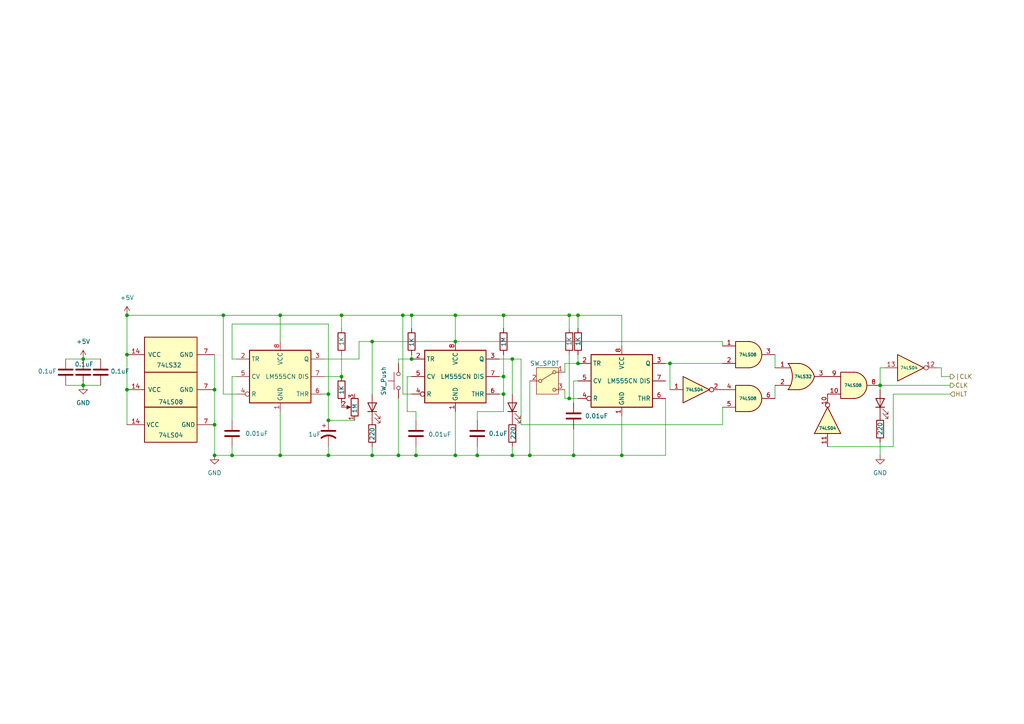
<source format=kicad_sch>
(kicad_sch (version 20231120) (generator "eeschema") (generator_version "8.0")
  (paper "A4")
  (lib_symbols
    (symbol "74xx:74LS04"
      (property "Reference" "U" (at 0 1.27 0))
      (property "Value" "74LS04" (at 0 -1.27 0))
      (symbol "74LS04_1_0"
        (polyline (pts (xy -3.81 3.81) (xy -3.81 -3.81) (xy 3.81 0) (xy -3.81 3.81)) (stroke (width 0.254)) (fill (type background)))
        (pin input line (at -7.62 0 0) (length 3.81) (name "~") (number "1"))
        (pin output inverted (at 7.62 0 180) (length 3.81) (name "~") (number "2"))
      )
      (symbol "74LS04_2_0"
        (polyline (pts (xy -3.81 3.81) (xy -3.81 -3.81) (xy 3.81 0) (xy -3.81 3.81)) (stroke (width 0.254)) (fill (type background)))
        (pin input line (at -7.62 0 0) (length 3.81) (name "~") (number "3"))
        (pin output inverted (at 7.62 0 180) (length 3.81) (name "~") (number "4"))
      )
      (symbol "74LS04_3_0"
        (polyline (pts (xy -3.81 3.81) (xy -3.81 -3.81) (xy 3.81 0) (xy -3.81 3.81)) (stroke (width 0.254)) (fill (type background)))
        (pin input line (at -7.62 0 0) (length 3.81) (name "~") (number "5"))
        (pin output inverted (at 7.62 0 180) (length 3.81) (name "~") (number "6"))
      )
      (symbol "74LS04_4_0"
        (polyline (pts (xy -3.81 3.81) (xy -3.81 -3.81) (xy 3.81 0) (xy -3.81 3.81)) (stroke (width 0.254)) (fill (type background)))
        (pin output inverted (at 7.62 0 180) (length 3.81) (name "~") (number "8"))
        (pin input line (at -7.62 0 0) (length 3.81) (name "~") (number "9"))
      )
      (symbol "74LS04_5_0"
        (polyline (pts (xy -3.81 3.81) (xy -3.81 -3.81) (xy 3.81 0) (xy -3.81 3.81)) (stroke (width 0.254)) (fill (type background)))
        (pin output inverted (at 7.62 0 180) (length 3.81) (name "~") (number "10"))
        (pin input line (at -7.62 0 0) (length 3.81) (name "~") (number "11"))
      )
      (symbol "74LS04_6_0"
        (polyline (pts (xy -3.81 3.81) (xy -3.81 -3.81) (xy 3.81 0) (xy -3.81 3.81)) (stroke (width 0.254)) (fill (type background)))
        (pin output inverted (at 7.62 0 180) (length 3.81) (name "~") (number "12"))
        (pin input line (at -7.62 0 0) (length 3.81) (name "~") (number "13"))
      )
      (symbol "74LS04_7_0"
        (pin power_in line (at 0 12.7 270) (length 5.08) (name "VCC") (number "14"))
        (pin power_in line (at 0 -12.7 90) (length 5.08) (name "GND") (number "7"))
      )
      (symbol "74LS04_7_1"
        (rectangle (start -5.08 7.62) (end 5.08 -7.62) (stroke (width 0.254)) (fill (type background)))
      )
    )
    (symbol "74xx:74LS08" (pin_names (offset 1.016))
      (property "Reference" "U" (at 0 1.27 0))
      (property "Value" "74LS08" (at 0 -1.27 0))
      (symbol "74LS08_1_1"
        (arc (start 0 -3.81) (mid 3.7934 0) (end 0 3.81) (stroke (width 0.254)) (fill (type background)))
        (polyline (pts (xy 0 3.81) (xy -3.81 3.81) (xy -3.81 -3.81) (xy 0 -3.81)) (stroke (width 0.254)) (fill (type background)))
        (pin input line (at -7.62 2.54 0) (length 3.81) (name "~") (number "1"))
        (pin input line (at -7.62 -2.54 0) (length 3.81) (name "~") (number "2"))
        (pin output line (at 7.62 0 180) (length 3.81) (name "~") (number "3"))
      )
      (symbol "74LS08_1_2"
        (arc (start -3.81 -3.81) (mid -2.589 0) (end -3.81 3.81) (stroke (width 0.254)))
        (arc (start -0.6096 -3.81) (mid 2.1842 -2.5851) (end 3.81 0) (stroke (width 0.254)) (fill (type background)))
        (polyline (pts (xy -3.81 -3.81) (xy -0.635 -3.81)) (stroke (width 0.254)) (fill (type background)))
        (polyline (pts (xy -3.81 3.81) (xy -0.635 3.81)) (stroke (width 0.254)) (fill (type background)))
        (polyline (pts (xy -0.635 3.81) (xy -3.81 3.81) (xy -3.81 3.81) (xy -3.556 3.4036) (xy -3.0226 2.2606) (xy -2.6924 1.0414) (xy -2.6162 -0.254) (xy -2.7686 -1.4986) (xy -3.175 -2.7178) (xy -3.81 -3.81) (xy -3.81 -3.81) (xy -0.635 -3.81)) (stroke (width -25.4)) (fill (type background)))
        (arc (start 3.81 0) (mid 2.1915 2.5936) (end -0.6096 3.81) (stroke (width 0.254)) (fill (type background)))
        (pin input inverted (at -7.62 2.54 0) (length 4.318) (name "~") (number "1"))
        (pin input inverted (at -7.62 -2.54 0) (length 4.318) (name "~") (number "2"))
        (pin output inverted (at 7.62 0 180) (length 3.81) (name "~") (number "3"))
      )
      (symbol "74LS08_2_1"
        (arc (start 0 -3.81) (mid 3.7934 0) (end 0 3.81) (stroke (width 0.254)) (fill (type background)))
        (polyline (pts (xy 0 3.81) (xy -3.81 3.81) (xy -3.81 -3.81) (xy 0 -3.81)) (stroke (width 0.254)) (fill (type background)))
        (pin input line (at -7.62 2.54 0) (length 3.81) (name "~") (number "4"))
        (pin input line (at -7.62 -2.54 0) (length 3.81) (name "~") (number "5"))
        (pin output line (at 7.62 0 180) (length 3.81) (name "~") (number "6"))
      )
      (symbol "74LS08_2_2"
        (arc (start -3.81 -3.81) (mid -2.589 0) (end -3.81 3.81) (stroke (width 0.254)))
        (arc (start -0.6096 -3.81) (mid 2.1842 -2.5851) (end 3.81 0) (stroke (width 0.254)) (fill (type background)))
        (polyline (pts (xy -3.81 -3.81) (xy -0.635 -3.81)) (stroke (width 0.254)) (fill (type background)))
        (polyline (pts (xy -3.81 3.81) (xy -0.635 3.81)) (stroke (width 0.254)) (fill (type background)))
        (polyline (pts (xy -0.635 3.81) (xy -3.81 3.81) (xy -3.81 3.81) (xy -3.556 3.4036) (xy -3.0226 2.2606) (xy -2.6924 1.0414) (xy -2.6162 -0.254) (xy -2.7686 -1.4986) (xy -3.175 -2.7178) (xy -3.81 -3.81) (xy -3.81 -3.81) (xy -0.635 -3.81)) (stroke (width -25.4)) (fill (type background)))
        (arc (start 3.81 0) (mid 2.1915 2.5936) (end -0.6096 3.81) (stroke (width 0.254)) (fill (type background)))
        (pin input inverted (at -7.62 2.54 0) (length 4.318) (name "~") (number "4"))
        (pin input inverted (at -7.62 -2.54 0) (length 4.318) (name "~") (number "5"))
        (pin output inverted (at 7.62 0 180) (length 3.81) (name "~") (number "6"))
      )
      (symbol "74LS08_3_1"
        (arc (start 0 -3.81) (mid 3.7934 0) (end 0 3.81) (stroke (width 0.254)) (fill (type background)))
        (polyline (pts (xy 0 3.81) (xy -3.81 3.81) (xy -3.81 -3.81) (xy 0 -3.81)) (stroke (width 0.254)) (fill (type background)))
        (pin input line (at -7.62 -2.54 0) (length 3.81) (name "~") (number "10"))
        (pin output line (at 7.62 0 180) (length 3.81) (name "~") (number "8"))
        (pin input line (at -7.62 2.54 0) (length 3.81) (name "~") (number "9"))
      )
      (symbol "74LS08_3_2"
        (arc (start -3.81 -3.81) (mid -2.589 0) (end -3.81 3.81) (stroke (width 0.254)))
        (arc (start -0.6096 -3.81) (mid 2.1842 -2.5851) (end 3.81 0) (stroke (width 0.254)) (fill (type background)))
        (polyline (pts (xy -3.81 -3.81) (xy -0.635 -3.81)) (stroke (width 0.254)) (fill (type background)))
        (polyline (pts (xy -3.81 3.81) (xy -0.635 3.81)) (stroke (width 0.254)) (fill (type background)))
        (polyline (pts (xy -0.635 3.81) (xy -3.81 3.81) (xy -3.81 3.81) (xy -3.556 3.4036) (xy -3.0226 2.2606) (xy -2.6924 1.0414) (xy -2.6162 -0.254) (xy -2.7686 -1.4986) (xy -3.175 -2.7178) (xy -3.81 -3.81) (xy -3.81 -3.81) (xy -0.635 -3.81)) (stroke (width -25.4)) (fill (type background)))
        (arc (start 3.81 0) (mid 2.1915 2.5936) (end -0.6096 3.81) (stroke (width 0.254)) (fill (type background)))
        (pin input inverted (at -7.62 -2.54 0) (length 4.318) (name "~") (number "10"))
        (pin output inverted (at 7.62 0 180) (length 3.81) (name "~") (number "8"))
        (pin input inverted (at -7.62 2.54 0) (length 4.318) (name "~") (number "9"))
      )
      (symbol "74LS08_4_1"
        (arc (start 0 -3.81) (mid 3.7934 0) (end 0 3.81) (stroke (width 0.254)) (fill (type background)))
        (polyline (pts (xy 0 3.81) (xy -3.81 3.81) (xy -3.81 -3.81) (xy 0 -3.81)) (stroke (width 0.254)) (fill (type background)))
        (pin output line (at 7.62 0 180) (length 3.81) (name "~") (number "11"))
        (pin input line (at -7.62 2.54 0) (length 3.81) (name "~") (number "12"))
        (pin input line (at -7.62 -2.54 0) (length 3.81) (name "~") (number "13"))
      )
      (symbol "74LS08_4_2"
        (arc (start -3.81 -3.81) (mid -2.589 0) (end -3.81 3.81) (stroke (width 0.254)))
        (arc (start -0.6096 -3.81) (mid 2.1842 -2.5851) (end 3.81 0) (stroke (width 0.254)) (fill (type background)))
        (polyline (pts (xy -3.81 -3.81) (xy -0.635 -3.81)) (stroke (width 0.254)) (fill (type background)))
        (polyline (pts (xy -3.81 3.81) (xy -0.635 3.81)) (stroke (width 0.254)) (fill (type background)))
        (polyline (pts (xy -0.635 3.81) (xy -3.81 3.81) (xy -3.81 3.81) (xy -3.556 3.4036) (xy -3.0226 2.2606) (xy -2.6924 1.0414) (xy -2.6162 -0.254) (xy -2.7686 -1.4986) (xy -3.175 -2.7178) (xy -3.81 -3.81) (xy -3.81 -3.81) (xy -0.635 -3.81)) (stroke (width -25.4)) (fill (type background)))
        (arc (start 3.81 0) (mid 2.1915 2.5936) (end -0.6096 3.81) (stroke (width 0.254)) (fill (type background)))
        (pin output inverted (at 7.62 0 180) (length 3.81) (name "~") (number "11"))
        (pin input inverted (at -7.62 2.54 0) (length 4.318) (name "~") (number "12"))
        (pin input inverted (at -7.62 -2.54 0) (length 4.318) (name "~") (number "13"))
      )
      (symbol "74LS08_5_0"
        (pin power_in line (at 0 12.7 270) (length 5.08) (name "VCC") (number "14"))
        (pin power_in line (at 0 -12.7 90) (length 5.08) (name "GND") (number "7"))
      )
      (symbol "74LS08_5_1"
        (rectangle (start -5.08 7.62) (end 5.08 -7.62) (stroke (width 0.254)) (fill (type background)))
      )
    )
    (symbol "74xx:74LS32" (pin_names (offset 1.016))
      (property "Reference" "U" (at 0 1.27 0))
      (property "Value" "74LS32" (at 0 -1.27 0))
      (symbol "74LS32_1_1"
        (arc (start -3.81 -3.81) (mid -2.589 0) (end -3.81 3.81) (stroke (width 0.254)))
        (arc (start -0.6096 -3.81) (mid 2.1842 -2.5851) (end 3.81 0) (stroke (width 0.254)) (fill (type background)))
        (polyline (pts (xy -3.81 -3.81) (xy -0.635 -3.81)) (stroke (width 0.254)) (fill (type background)))
        (polyline (pts (xy -3.81 3.81) (xy -0.635 3.81)) (stroke (width 0.254)) (fill (type background)))
        (polyline (pts (xy -0.635 3.81) (xy -3.81 3.81) (xy -3.81 3.81) (xy -3.556 3.4036) (xy -3.0226 2.2606) (xy -2.6924 1.0414) (xy -2.6162 -0.254) (xy -2.7686 -1.4986) (xy -3.175 -2.7178) (xy -3.81 -3.81) (xy -3.81 -3.81) (xy -0.635 -3.81)) (stroke (width -25.4)) (fill (type background)))
        (arc (start 3.81 0) (mid 2.1915 2.5936) (end -0.6096 3.81) (stroke (width 0.254)) (fill (type background)))
        (pin input line (at -7.62 2.54 0) (length 4.318) (name "~") (number "1"))
        (pin input line (at -7.62 -2.54 0) (length 4.318) (name "~") (number "2"))
        (pin output line (at 7.62 0 180) (length 3.81) (name "~") (number "3"))
      )
      (symbol "74LS32_1_2"
        (arc (start 0 -3.81) (mid 3.7934 0) (end 0 3.81) (stroke (width 0.254)) (fill (type background)))
        (polyline (pts (xy 0 3.81) (xy -3.81 3.81) (xy -3.81 -3.81) (xy 0 -3.81)) (stroke (width 0.254)) (fill (type background)))
        (pin input inverted (at -7.62 2.54 0) (length 3.81) (name "~") (number "1"))
        (pin input inverted (at -7.62 -2.54 0) (length 3.81) (name "~") (number "2"))
        (pin output inverted (at 7.62 0 180) (length 3.81) (name "~") (number "3"))
      )
      (symbol "74LS32_2_1"
        (arc (start -3.81 -3.81) (mid -2.589 0) (end -3.81 3.81) (stroke (width 0.254)))
        (arc (start -0.6096 -3.81) (mid 2.1842 -2.5851) (end 3.81 0) (stroke (width 0.254)) (fill (type background)))
        (polyline (pts (xy -3.81 -3.81) (xy -0.635 -3.81)) (stroke (width 0.254)) (fill (type background)))
        (polyline (pts (xy -3.81 3.81) (xy -0.635 3.81)) (stroke (width 0.254)) (fill (type background)))
        (polyline (pts (xy -0.635 3.81) (xy -3.81 3.81) (xy -3.81 3.81) (xy -3.556 3.4036) (xy -3.0226 2.2606) (xy -2.6924 1.0414) (xy -2.6162 -0.254) (xy -2.7686 -1.4986) (xy -3.175 -2.7178) (xy -3.81 -3.81) (xy -3.81 -3.81) (xy -0.635 -3.81)) (stroke (width -25.4)) (fill (type background)))
        (arc (start 3.81 0) (mid 2.1915 2.5936) (end -0.6096 3.81) (stroke (width 0.254)) (fill (type background)))
        (pin input line (at -7.62 2.54 0) (length 4.318) (name "~") (number "4"))
        (pin input line (at -7.62 -2.54 0) (length 4.318) (name "~") (number "5"))
        (pin output line (at 7.62 0 180) (length 3.81) (name "~") (number "6"))
      )
      (symbol "74LS32_2_2"
        (arc (start 0 -3.81) (mid 3.7934 0) (end 0 3.81) (stroke (width 0.254)) (fill (type background)))
        (polyline (pts (xy 0 3.81) (xy -3.81 3.81) (xy -3.81 -3.81) (xy 0 -3.81)) (stroke (width 0.254)) (fill (type background)))
        (pin input inverted (at -7.62 2.54 0) (length 3.81) (name "~") (number "4"))
        (pin input inverted (at -7.62 -2.54 0) (length 3.81) (name "~") (number "5"))
        (pin output inverted (at 7.62 0 180) (length 3.81) (name "~") (number "6"))
      )
      (symbol "74LS32_3_1"
        (arc (start -3.81 -3.81) (mid -2.589 0) (end -3.81 3.81) (stroke (width 0.254)))
        (arc (start -0.6096 -3.81) (mid 2.1842 -2.5851) (end 3.81 0) (stroke (width 0.254)) (fill (type background)))
        (polyline (pts (xy -3.81 -3.81) (xy -0.635 -3.81)) (stroke (width 0.254)) (fill (type background)))
        (polyline (pts (xy -3.81 3.81) (xy -0.635 3.81)) (stroke (width 0.254)) (fill (type background)))
        (polyline (pts (xy -0.635 3.81) (xy -3.81 3.81) (xy -3.81 3.81) (xy -3.556 3.4036) (xy -3.0226 2.2606) (xy -2.6924 1.0414) (xy -2.6162 -0.254) (xy -2.7686 -1.4986) (xy -3.175 -2.7178) (xy -3.81 -3.81) (xy -3.81 -3.81) (xy -0.635 -3.81)) (stroke (width -25.4)) (fill (type background)))
        (arc (start 3.81 0) (mid 2.1915 2.5936) (end -0.6096 3.81) (stroke (width 0.254)) (fill (type background)))
        (pin input line (at -7.62 -2.54 0) (length 4.318) (name "~") (number "10"))
        (pin output line (at 7.62 0 180) (length 3.81) (name "~") (number "8"))
        (pin input line (at -7.62 2.54 0) (length 4.318) (name "~") (number "9"))
      )
      (symbol "74LS32_3_2"
        (arc (start 0 -3.81) (mid 3.7934 0) (end 0 3.81) (stroke (width 0.254)) (fill (type background)))
        (polyline (pts (xy 0 3.81) (xy -3.81 3.81) (xy -3.81 -3.81) (xy 0 -3.81)) (stroke (width 0.254)) (fill (type background)))
        (pin input inverted (at -7.62 -2.54 0) (length 3.81) (name "~") (number "10"))
        (pin output inverted (at 7.62 0 180) (length 3.81) (name "~") (number "8"))
        (pin input inverted (at -7.62 2.54 0) (length 3.81) (name "~") (number "9"))
      )
      (symbol "74LS32_4_1"
        (arc (start -3.81 -3.81) (mid -2.589 0) (end -3.81 3.81) (stroke (width 0.254)))
        (arc (start -0.6096 -3.81) (mid 2.1842 -2.5851) (end 3.81 0) (stroke (width 0.254)) (fill (type background)))
        (polyline (pts (xy -3.81 -3.81) (xy -0.635 -3.81)) (stroke (width 0.254)) (fill (type background)))
        (polyline (pts (xy -3.81 3.81) (xy -0.635 3.81)) (stroke (width 0.254)) (fill (type background)))
        (polyline (pts (xy -0.635 3.81) (xy -3.81 3.81) (xy -3.81 3.81) (xy -3.556 3.4036) (xy -3.0226 2.2606) (xy -2.6924 1.0414) (xy -2.6162 -0.254) (xy -2.7686 -1.4986) (xy -3.175 -2.7178) (xy -3.81 -3.81) (xy -3.81 -3.81) (xy -0.635 -3.81)) (stroke (width -25.4)) (fill (type background)))
        (arc (start 3.81 0) (mid 2.1915 2.5936) (end -0.6096 3.81) (stroke (width 0.254)) (fill (type background)))
        (pin output line (at 7.62 0 180) (length 3.81) (name "~") (number "11"))
        (pin input line (at -7.62 2.54 0) (length 4.318) (name "~") (number "12"))
        (pin input line (at -7.62 -2.54 0) (length 4.318) (name "~") (number "13"))
      )
      (symbol "74LS32_4_2"
        (arc (start 0 -3.81) (mid 3.7934 0) (end 0 3.81) (stroke (width 0.254)) (fill (type background)))
        (polyline (pts (xy 0 3.81) (xy -3.81 3.81) (xy -3.81 -3.81) (xy 0 -3.81)) (stroke (width 0.254)) (fill (type background)))
        (pin output inverted (at 7.62 0 180) (length 3.81) (name "~") (number "11"))
        (pin input inverted (at -7.62 2.54 0) (length 3.81) (name "~") (number "12"))
        (pin input inverted (at -7.62 -2.54 0) (length 3.81) (name "~") (number "13"))
      )
      (symbol "74LS32_5_0"
        (pin power_in line (at 0 12.7 270) (length 5.08) (name "VCC") (number "14"))
        (pin power_in line (at 0 -12.7 90) (length 5.08) (name "GND") (number "7"))
      )
      (symbol "74LS32_5_1"
        (rectangle (start -5.08 7.62) (end 5.08 -7.62) (stroke (width 0.254)) (fill (type background)))
      )
    )
    (symbol "Device:C" (pin_numbers hide) (pin_names (offset 0.254))
      (property "Reference" "C" (at 0.635 2.54 0))
      (property "Value" "C" (at 0.635 -2.54 0))
      (symbol "C_0_1"
        (polyline (pts (xy -2.032 -0.762) (xy 2.032 -0.762)) (stroke (width 0.508)))
        (polyline (pts (xy -2.032 0.762) (xy 2.032 0.762)) (stroke (width 0.508)))
      )
      (symbol "C_1_1"
        (pin passive line (at 0 3.81 270) (length 2.794) (name "~") (number "1"))
        (pin passive line (at 0 -3.81 90) (length 2.794) (name "~") (number "2"))
      )
    )
    (symbol "Device:C_Polarized_US" (pin_numbers hide) (pin_names (offset 0.254) hide)
      (property "Reference" "C" (at 0.635 2.54 0))
      (property "Value" "C_Polarized_US" (at 0.635 -2.54 0))
      (symbol "C_Polarized_US_0_1"
        (polyline (pts (xy -2.032 0.762) (xy 2.032 0.762)) (stroke (width 0.508)))
        (polyline (pts (xy -1.778 2.286) (xy -0.762 2.286)))
        (polyline (pts (xy -1.27 1.778) (xy -1.27 2.794)))
        (arc (start 2.032 -1.27) (mid 0 -0.5572) (end -2.032 -1.27) (stroke (width 0.508)))
      )
      (symbol "C_Polarized_US_1_1"
        (pin passive line (at 0 3.81 270) (length 2.794) (name "~") (number "1"))
        (pin passive line (at 0 -3.81 90) (length 3.302) (name "~") (number "2"))
      )
    )
    (symbol "Device:LED" (pin_numbers hide) (pin_names (offset 1.016) hide)
      (property "Reference" "D" (at 0 2.54 0))
      (property "Value" "LED" (at 0 -2.54 0))
      (symbol "LED_0_1"
        (polyline (pts (xy -1.27 -1.27) (xy -1.27 1.27)) (stroke (width 0.254)))
        (polyline (pts (xy -1.27 0) (xy 1.27 0)))
        (polyline (pts (xy 1.27 -1.27) (xy 1.27 1.27) (xy -1.27 0) (xy 1.27 -1.27)) (stroke (width 0.254)))
        (polyline (pts (xy -3.048 -0.762) (xy -4.572 -2.286) (xy -3.81 -2.286) (xy -4.572 -2.286) (xy -4.572 -1.524)))
        (polyline (pts (xy -1.778 -0.762) (xy -3.302 -2.286) (xy -2.54 -2.286) (xy -3.302 -2.286) (xy -3.302 -1.524)))
      )
      (symbol "LED_1_1"
        (pin passive line (at -3.81 0 0) (length 2.54) (name "K") (number "1"))
        (pin passive line (at 3.81 0 180) (length 2.54) (name "A") (number "2"))
      )
    )
    (symbol "Device:R" (pin_numbers hide) (pin_names (offset 0))
      (property "Reference" "R" (at 2.032 0 90))
      (property "Value" "R" (at 0 0 90))
      (symbol "R_0_1"
        (rectangle (start -1.016 -2.54) (end 1.016 2.54) (stroke (width 0.254)))
      )
      (symbol "R_1_1"
        (pin passive line (at 0 3.81 270) (length 1.27) (name "~") (number "1"))
        (pin passive line (at 0 -3.81 90) (length 1.27) (name "~") (number "2"))
      )
    )
    (symbol "Device:R_Potentiometer" (pin_names (offset 1.016) hide)
      (property "Reference" "RV" (at -4.445 0 90))
      (property "Value" "R_Potentiometer" (at -2.54 0 90))
      (symbol "R_Potentiometer_0_1"
        (polyline (pts (xy 2.54 0) (xy 1.524 0)))
        (polyline (pts (xy 1.143 0) (xy 2.286 0.508) (xy 2.286 -0.508) (xy 1.143 0)) (fill (type outline)))
        (rectangle (start 1.016 2.54) (end -1.016 -2.54) (stroke (width 0.254)))
      )
      (symbol "R_Potentiometer_1_1"
        (pin passive line (at 0 3.81 270) (length 1.27) (name "1") (number "1"))
        (pin passive line (at 3.81 0 180) (length 1.27) (name "2") (number "2"))
        (pin passive line (at 0 -3.81 90) (length 1.27) (name "3") (number "3"))
      )
    )
    (symbol "Switch:SW_Push" (pin_numbers hide) (pin_names (offset 1.016) hide)
      (property "Reference" "SW" (at 1.27 2.54 0))
      (property "Value" "SW_Push" (at 0 -1.524 0))
      (symbol "SW_Push_0_1"
        (circle (center -2.032 0) (radius 0.508))
        (polyline (pts (xy 0 1.27) (xy 0 3.048)))
        (polyline (pts (xy 2.54 1.27) (xy -2.54 1.27)))
        (circle (center 2.032 0) (radius 0.508))
        (pin passive line (at -5.08 0 0) (length 2.54) (name "1") (number "1"))
        (pin passive line (at 5.08 0 180) (length 2.54) (name "2") (number "2"))
      )
    )
    (symbol "Switch:SW_SPDT" (pin_names (offset 0) hide)
      (property "Reference" "SW" (at 0 5.08 0))
      (property "Value" "SW_SPDT" (at 0 -5.08 0))
      (symbol "SW_SPDT_0_1"
        (circle (center -2.032 0) (radius 0.4572))
        (polyline (pts (xy -1.651 0.254) (xy 1.651 2.286)))
        (circle (center 2.032 -2.54) (radius 0.4572))
        (circle (center 2.032 2.54) (radius 0.4572))
      )
      (symbol "SW_SPDT_1_1"
        (rectangle (start -3.175 3.81) (end 3.175 -3.81) (fill (type background)))
        (pin passive line (at 5.08 2.54 180) (length 2.54) (name "A") (number "1"))
        (pin passive line (at -5.08 0 0) (length 2.54) (name "B") (number "2"))
        (pin passive line (at 5.08 -2.54 180) (length 2.54) (name "C") (number "3"))
      )
    )
    (symbol "Timer:LM555xN"
      (property "Reference" "U" (at -10.16 8.89 0))
      (property "Value" "LM555xN" (at 2.54 8.89 0))
      (symbol "LM555xN_0_0"
        (pin power_in line (at 0 -10.16 90) (length 2.54) (name "GND") (number "1"))
        (pin power_in line (at 0 10.16 270) (length 2.54) (name "VCC") (number "8"))
      )
      (symbol "LM555xN_0_1"
        (rectangle (start -8.89 -7.62) (end 8.89 7.62) (stroke (width 0.254)) (fill (type background)))
        (rectangle (start -8.89 -7.62) (end 8.89 7.62) (stroke (width 0.254)) (fill (type background)))
      )
      (symbol "LM555xN_1_1"
        (pin input line (at -12.7 5.08 0) (length 3.81) (name "TR") (number "2"))
        (pin output line (at 12.7 5.08 180) (length 3.81) (name "Q") (number "3"))
        (pin input inverted (at -12.7 -5.08 0) (length 3.81) (name "R") (number "4"))
        (pin input line (at -12.7 0 0) (length 3.81) (name "CV") (number "5"))
        (pin input line (at 12.7 -5.08 180) (length 3.81) (name "THR") (number "6"))
        (pin input line (at 12.7 0 180) (length 3.81) (name "DIS") (number "7"))
      )
    )
    (symbol "power:+5V" (power) (pin_numbers hide) (pin_names (offset 0) hide)
      (property "Value" "+5V" (at 0 3.556 0))
      (symbol "+5V_0_1"
        (polyline (pts (xy -0.762 1.27) (xy 0 2.54)))
        (polyline (pts (xy 0 0) (xy 0 2.54)))
        (polyline (pts (xy 0 2.54) (xy 0.762 1.27)))
      )
      (symbol "+5V_1_1"
        (pin power_in line (at 0 0 90) (length 0) (name "~") (number "1"))
      )
    )
    (symbol "power:GND" (power) (pin_numbers hide) (pin_names (offset 0) hide)
      (property "Value" "GND" (at 0 -3.81 0))
      (symbol "GND_0_1"
        (polyline (pts (xy 0 0) (xy 0 -1.27) (xy 1.27 -1.27) (xy 0 -2.54) (xy -1.27 -1.27) (xy 0 -1.27)))
      )
      (symbol "GND_1_1"
        (pin power_in line (at 0 0 270) (length 0) (name "~") (number "1"))
      )
    )
  )
  (junction (at 81.28 132.08))
  (junction (at 62.23 132.08))
  (junction (at 167.64 91.44))
  (junction (at 255.27 111.76))
  (junction (at 115.57 132.08))
  (junction (at 36.83 91.44))
  (junction (at 148.59 132.08))
  (junction (at 194.31 105.41))
  (junction (at 167.64 105.41))
  (junction (at 146.05 91.44))
  (junction (at 107.95 99.06))
  (junction (at 99.06 91.44))
  (junction (at 62.23 113.03))
  (junction (at 165.1 115.57))
  (junction (at 132.08 99.06))
  (junction (at 24.13 111.76))
  (junction (at 107.95 132.08))
  (junction (at 166.37 132.08))
  (junction (at 132.08 132.08))
  (junction (at 153.67 132.08))
  (junction (at 36.83 113.03))
  (junction (at 36.83 102.87))
  (junction (at 180.34 132.08))
  (junction (at 81.28 91.44))
  (junction (at 138.43 132.08))
  (junction (at 99.06 109.22))
  (junction (at 95.25 114.3))
  (junction (at 132.08 91.44))
  (junction (at 62.23 123.19))
  (junction (at 165.1 91.44))
  (junction (at 24.13 104.14))
  (junction (at 120.65 132.08))
  (junction (at 146.05 109.22))
  (junction (at 148.59 104.14))
  (junction (at 64.77 91.44))
  (junction (at 116.84 91.44))
  (junction (at 95.25 121.92))
  (junction (at 146.05 114.3))
  (junction (at 67.31 132.08))
  (junction (at 119.38 104.14))
  (junction (at 95.25 132.08))
  (junction (at 119.38 91.44))
  (wire (pts (xy 259.08 129.54) (xy 240.03 129.54)))
  (wire (pts (xy 95.25 114.3) (xy 93.98 114.3)))
  (wire (pts (xy 194.31 105.41) (xy 209.55 105.41)))
  (wire (pts (xy 95.25 93.98) (xy 95.25 114.3)))
  (wire (pts (xy 99.06 116.84) (xy 99.06 118.11)))
  (wire (pts (xy 132.08 119.38) (xy 132.08 132.08)))
  (wire (pts (xy 144.78 104.14) (xy 148.59 104.14)))
  (wire (pts (xy 209.55 123.19) (xy 209.55 118.11)))
  (wire (pts (xy 119.38 91.44) (xy 132.08 91.44)))
  (wire (pts (xy 119.38 102.87) (xy 119.38 104.14)))
  (wire (pts (xy 132.08 132.08) (xy 138.43 132.08)))
  (wire (pts (xy 165.1 102.87) (xy 165.1 115.57)))
  (wire (pts (xy 81.28 91.44) (xy 99.06 91.44)))
  (wire (pts (xy 67.31 109.22) (xy 68.58 109.22)))
  (wire (pts (xy 148.59 104.14) (xy 148.59 114.3)))
  (wire (pts (xy 67.31 109.22) (xy 67.31 121.92)))
  (wire (pts (xy 120.65 121.92) (xy 120.65 119.38)))
  (wire (pts (xy 167.64 91.44) (xy 165.1 91.44)))
  (wire (pts (xy 64.77 91.44) (xy 64.77 114.3)))
  (wire (pts (xy 138.43 119.38) (xy 146.05 119.38)))
  (wire (pts (xy 24.13 111.76) (xy 29.21 111.76)))
  (wire (pts (xy 67.31 104.14) (xy 68.58 104.14)))
  (wire (pts (xy 81.28 132.08) (xy 95.25 132.08)))
  (wire (pts (xy 132.08 91.44) (xy 146.05 91.44)))
  (wire (pts (xy 138.43 121.92) (xy 138.43 119.38)))
  (wire (pts (xy 120.65 132.08) (xy 132.08 132.08)))
  (wire (pts (xy 148.59 104.14) (xy 151.13 104.14)))
  (wire (pts (xy 95.25 121.92) (xy 102.87 121.92)))
  (wire (pts (xy 273.05 106.68) (xy 271.78 106.68)))
  (wire (pts (xy 36.83 91.44) (xy 64.77 91.44)))
  (wire (pts (xy 144.78 109.22) (xy 146.05 109.22)))
  (wire (pts (xy 255.27 106.68) (xy 255.27 111.76)))
  (wire (pts (xy 180.34 120.65) (xy 180.34 132.08)))
  (wire (pts (xy 224.79 115.57) (xy 224.79 111.76)))
  (wire (pts (xy 255.27 111.76) (xy 275.59 111.76)))
  (wire (pts (xy 146.05 102.87) (xy 146.05 109.22)))
  (wire (pts (xy 193.04 115.57) (xy 193.04 132.08)))
  (wire (pts (xy 167.64 91.44) (xy 167.64 95.25)))
  (wire (pts (xy 255.27 128.27) (xy 255.27 132.08)))
  (wire (pts (xy 24.13 104.14) (xy 29.21 104.14)))
  (wire (pts (xy 99.06 91.44) (xy 116.84 91.44)))
  (wire (pts (xy 165.1 91.44) (xy 165.1 95.25)))
  (wire (pts (xy 146.05 109.22) (xy 146.05 114.3)))
  (wire (pts (xy 64.77 114.3) (xy 68.58 114.3)))
  (wire (pts (xy 148.59 132.08) (xy 153.67 132.08)))
  (wire (pts (xy 104.14 104.14) (xy 104.14 99.06)))
  (wire (pts (xy 119.38 91.44) (xy 116.84 91.44)))
  (wire (pts (xy 93.98 109.22) (xy 99.06 109.22)))
  (wire (pts (xy 95.25 129.54) (xy 95.25 132.08)))
  (wire (pts (xy 107.95 99.06) (xy 107.95 114.3)))
  (wire (pts (xy 194.31 105.41) (xy 194.31 113.03)))
  (wire (pts (xy 119.38 114.3) (xy 116.84 114.3)))
  (wire (pts (xy 118.11 109.22) (xy 119.38 109.22)))
  (wire (pts (xy 115.57 132.08) (xy 120.65 132.08)))
  (wire (pts (xy 167.64 115.57) (xy 165.1 115.57)))
  (wire (pts (xy 273.05 109.22) (xy 275.59 109.22)))
  (wire (pts (xy 62.23 123.19) (xy 62.23 132.08)))
  (wire (pts (xy 165.1 115.57) (xy 163.83 115.57)))
  (wire (pts (xy 62.23 102.87) (xy 62.23 113.03)))
  (wire (pts (xy 95.25 132.08) (xy 107.95 132.08)))
  (wire (pts (xy 166.37 124.46) (xy 166.37 132.08)))
  (wire (pts (xy 166.37 110.49) (xy 166.37 116.84)))
  (wire (pts (xy 167.64 91.44) (xy 180.34 91.44)))
  (wire (pts (xy 99.06 102.87) (xy 99.06 109.22)))
  (wire (pts (xy 115.57 105.41) (xy 115.57 104.14)))
  (wire (pts (xy 120.65 119.38) (xy 118.11 119.38)))
  (wire (pts (xy 146.05 91.44) (xy 165.1 91.44)))
  (wire (pts (xy 163.83 105.41) (xy 167.64 105.41)))
  (wire (pts (xy 255.27 106.68) (xy 256.54 106.68)))
  (wire (pts (xy 99.06 95.25) (xy 99.06 91.44)))
  (wire (pts (xy 209.55 99.06) (xy 209.55 100.33)))
  (wire (pts (xy 119.38 95.25) (xy 119.38 91.44)))
  (wire (pts (xy 224.79 102.87) (xy 224.79 106.68)))
  (wire (pts (xy 163.83 107.95) (xy 163.83 105.41)))
  (wire (pts (xy 36.83 102.87) (xy 36.83 113.03)))
  (wire (pts (xy 151.13 104.14) (xy 151.13 123.19)))
  (wire (pts (xy 193.04 105.41) (xy 194.31 105.41)))
  (wire (pts (xy 36.83 113.03) (xy 36.83 123.19)))
  (wire (pts (xy 62.23 132.08) (xy 67.31 132.08)))
  (wire (pts (xy 116.84 91.44) (xy 116.84 114.3)))
  (wire (pts (xy 255.27 111.76) (xy 255.27 113.03)))
  (wire (pts (xy 118.11 119.38) (xy 118.11 109.22)))
  (wire (pts (xy 148.59 129.54) (xy 148.59 132.08)))
  (wire (pts (xy 259.08 114.3) (xy 259.08 129.54)))
  (wire (pts (xy 107.95 99.06) (xy 132.08 99.06)))
  (wire (pts (xy 167.64 102.87) (xy 167.64 105.41)))
  (wire (pts (xy 67.31 132.08) (xy 81.28 132.08)))
  (wire (pts (xy 104.14 104.14) (xy 93.98 104.14)))
  (wire (pts (xy 24.13 111.76) (xy 19.05 111.76)))
  (wire (pts (xy 146.05 114.3) (xy 146.05 119.38)))
  (wire (pts (xy 67.31 129.54) (xy 67.31 132.08)))
  (wire (pts (xy 151.13 123.19) (xy 209.55 123.19)))
  (wire (pts (xy 67.31 93.98) (xy 95.25 93.98)))
  (wire (pts (xy 132.08 91.44) (xy 132.08 99.06)))
  (wire (pts (xy 138.43 129.54) (xy 138.43 132.08)))
  (wire (pts (xy 259.08 114.3) (xy 275.59 114.3)))
  (wire (pts (xy 273.05 109.22) (xy 273.05 106.68)))
  (wire (pts (xy 153.67 132.08) (xy 166.37 132.08)))
  (wire (pts (xy 36.83 91.44) (xy 36.83 102.87)))
  (wire (pts (xy 167.64 110.49) (xy 166.37 110.49)))
  (wire (pts (xy 81.28 91.44) (xy 81.28 99.06)))
  (wire (pts (xy 163.83 113.03) (xy 163.83 115.57)))
  (wire (pts (xy 146.05 114.3) (xy 144.78 114.3)))
  (wire (pts (xy 107.95 129.54) (xy 107.95 132.08)))
  (wire (pts (xy 19.05 104.14) (xy 24.13 104.14)))
  (wire (pts (xy 104.14 99.06) (xy 107.95 99.06)))
  (wire (pts (xy 62.23 113.03) (xy 62.23 123.19)))
  (wire (pts (xy 180.34 91.44) (xy 180.34 100.33)))
  (wire (pts (xy 64.77 91.44) (xy 81.28 91.44)))
  (wire (pts (xy 132.08 99.06) (xy 209.55 99.06)))
  (wire (pts (xy 115.57 115.57) (xy 115.57 132.08)))
  (wire (pts (xy 120.65 129.54) (xy 120.65 132.08)))
  (wire (pts (xy 138.43 132.08) (xy 148.59 132.08)))
  (wire (pts (xy 115.57 104.14) (xy 119.38 104.14)))
  (wire (pts (xy 153.67 110.49) (xy 153.67 132.08)))
  (wire (pts (xy 107.95 132.08) (xy 115.57 132.08)))
  (wire (pts (xy 67.31 104.14) (xy 67.31 93.98)))
  (wire (pts (xy 146.05 91.44) (xy 146.05 95.25)))
  (wire (pts (xy 95.25 114.3) (xy 95.25 121.92)))
  (wire (pts (xy 180.34 132.08) (xy 166.37 132.08)))
  (wire (pts (xy 180.34 132.08) (xy 193.04 132.08)))
  (wire (pts (xy 81.28 119.38) (xy 81.28 132.08)))
  (hierarchical_label "|CLK" (shape output) (at 275.59 109.22 0))
  (hierarchical_label "HLT" (shape input) (at 275.59 114.3 0))
  (hierarchical_label "CLK" (shape output) (at 275.59 111.76 0))
  (symbol (lib_id "power:+5V") (at 36.83 91.44 0) (unit 1)
    (property "Reference" "#PWR01" (effects (hide yes)))
    (property "Value" "+5V" (at 36.83 86.36 0))
    (property "Description" "Power symbol creates a global label with name \"+5V\"" (effects (hide yes)))
  )
  (symbol (lib_id "Device:LED") (at 107.95 118.11 90) (unit 1)
    (property "Reference" "D2" (effects (hide yes)))
    (property "Value" "LED" (effects (hide yes)))
    (property "Description" "Light emitting diode" (effects (hide yes)))
  )
  (symbol (lib_id "Device:LED") (at 148.59 118.11 90) (unit 1)
    (property "Reference" "D3" (effects (hide yes)))
    (property "Value" "LED" (effects (hide yes)))
    (property "Description" "Light emitting diode" (effects (hide yes)))
  )
  (symbol (lib_id "power:+5V") (at 24.13 104.14 0) (unit 1)
    (property "Reference" "#PWR04" (effects (hide yes)))
    (property "Value" "+5V" (at 24.13 99.06 0))
    (property "Description" "Power symbol creates a global label with name \"+5V\"" (effects (hide yes)))
  )
  (symbol (lib_id "Device:R_Potentiometer") (at 102.87 118.11 180) (unit 1)
    (property "Reference" "1M" (at 102.87 119.888 90) (effects (justify right)))
    (property "Value" "R_Potentiometer" (effects (hide yes)))
    (property "Description" "Potentiometer" (effects (hide yes)))
  )
  (symbol (lib_id "Device:R") (at 99.06 99.06 0) (unit 1)
    (property "Reference" "R6" (effects (hide yes)))
    (property "Value" "1K" (at 99.06 100.33 90) (effects (justify left)))
    (property "Description" "Resistor" (effects (hide yes)))
  )
  (symbol (lib_id "Device:C") (at 67.31 125.73 0) (unit 1)
    (property "Reference" "C3" (effects (hide yes)))
    (property "Value" "0.01uF" (at 71.12 125.73 0) (effects (justify left)))
    (property "Description" "Unpolarized capacitor" (effects (hide yes)))
  )
  (symbol (lib_id "74xx:74LS08") (at 217.17 115.57 0) (unit 2)
    (property "Reference" "U4" (effects (hide yes)))
    (property "Value" "74LS08" (at 216.916 115.57 0) (effects (font (size 0.889 0.889))))
    (property "Datasheet" "http://www.ti.com/lit/gpn/sn74LS08" (effects (hide yes)))
    (property "Description" "Quad And2" (effects (hide yes)))
  )
  (symbol (lib_id "Timer:LM555xN") (at 132.08 109.22 0) (unit 1)
    (property "Reference" "U7" (effects (hide yes)))
    (property "Value" "LM555CN" (at 127.762 109.22 0) (effects (justify left)))
    (property "Footprint" "Package_DIP:DIP-8_W7.62mm" (effects (hide yes)))
    (property "Datasheet" "http://www.ti.com/lit/ds/symlink/lm555.pdf" (effects (hide yes)))
    (property "Description" "Timer, 555 compatible, PDIP-8" (effects (hide yes)))
  )
  (symbol (lib_id "74xx:74LS04") (at 201.93 113.03 0) (unit 1)
    (property "Reference" "U6" (effects (hide yes)))
    (property "Value" "74LS04" (at 201.422 113.03 0) (effects (font (size 0.889 0.889))))
    (property "Datasheet" "http://www.ti.com/lit/gpn/sn74LS04" (effects (hide yes)))
    (property "Description" "Hex Inverter" (effects (hide yes)))
  )
  (symbol (lib_id "74xx:74LS32") (at 49.53 102.87 90) (unit 5)
    (property "Reference" "U5" (effects (hide yes)))
    (property "Value" "74LS32" (at 49.022 105.918 90))
    (property "Datasheet" "http://www.ti.com/lit/gpn/sn74LS32" (effects (hide yes)))
    (property "Description" "Quad 2-input OR" (effects (hide yes)))
  )
  (symbol (lib_id "Device:R") (at 107.95 125.73 180) (unit 1)
    (property "Reference" "R8" (effects (hide yes)))
    (property "Value" "220" (at 107.95 127.762 90) (effects (justify right)))
    (property "Description" "Resistor" (effects (hide yes)))
  )
  (symbol (lib_id "Timer:LM555xN") (at 180.34 110.49 0) (unit 1)
    (property "Reference" "U3" (effects (hide yes)))
    (property "Value" "LM555CN" (at 176.022 110.49 0) (effects (justify left)))
    (property "Footprint" "Package_DIP:DIP-8_W7.62mm" (effects (hide yes)))
    (property "Datasheet" "http://www.ti.com/lit/ds/symlink/lm555.pdf" (effects (hide yes)))
    (property "Description" "Timer, 555 compatible, PDIP-8" (effects (hide yes)))
  )
  (symbol (lib_id "power:GND") (at 255.27 132.08 0) (unit 1)
    (property "Reference" "#PWR02" (effects (hide yes)))
    (property "Value" "GND" (at 255.27 137.16 0))
    (property "Description" "Power symbol creates a global label with name \"GND\" , ground" (effects (hide yes)))
  )
  (symbol (lib_id "74xx:74LS08") (at 247.65 111.76 0) (unit 3)
    (property "Reference" "U4" (effects (hide yes)))
    (property "Value" "74LS08" (at 247.396 111.76 0) (effects (font (size 0.889 0.889))))
    (property "Datasheet" "http://www.ti.com/lit/gpn/sn74LS08" (effects (hide yes)))
    (property "Description" "Quad And2" (effects (hide yes)))
  )
  (symbol (lib_id "Switch:SW_Push") (at 115.57 110.49 90) (unit 1)
    (property "Reference" "SW2" (effects (hide yes)))
    (property "Value" "SW_Push" (at 111.252 110.49 0))
    (property "Description" "Push button switch, generic, two pins" (effects (hide yes)))
  )
  (symbol (lib_id "Switch:SW_SPDT") (at 158.75 110.49 0) (unit 1)
    (property "Reference" "SW1" (effects (hide yes)))
    (property "Value" "SW_SPDT" (at 157.988 105.41 0))
    (property "Description" "Switch, single pole double throw" (effects (hide yes)))
  )
  (symbol (lib_id "Timer:LM555xN") (at 81.28 109.22 0) (unit 1)
    (property "Reference" "U1" (effects (hide yes)))
    (property "Value" "LM555CN" (at 76.962 109.22 0) (effects (justify left)))
    (property "Footprint" "Package_DIP:DIP-8_W7.62mm" (effects (hide yes)))
    (property "Datasheet" "http://www.ti.com/lit/ds/symlink/lm555.pdf" (effects (hide yes)))
    (property "Description" "Timer, 555 compatible, PDIP-8" (effects (hide yes)))
  )
  (symbol (lib_id "Device:LED") (at 255.27 116.84 90) (unit 1)
    (property "Reference" "D1" (effects (hide yes)))
    (property "Value" "LED" (effects (hide yes)))
    (property "Description" "Light emitting diode" (effects (hide yes)))
  )
  (symbol (lib_id "74xx:74LS04") (at 240.03 121.92 90) (unit 5)
    (property "Reference" "U6" (effects (hide yes)))
    (property "Value" "74LS04" (at 240.03 124.206 90) (effects (font (size 0.889 0.889))))
    (property "Datasheet" "http://www.ti.com/lit/gpn/sn74LS04" (effects (hide yes)))
    (property "Description" "Hex Inverter" (effects (hide yes)))
  )
  (symbol (lib_id "Device:R") (at 146.05 99.06 0) (unit 1)
    (property "Reference" "R5" (effects (hide yes)))
    (property "Value" "1M" (at 146.05 100.584 90) (effects (justify left)))
    (property "Description" "Resistor" (effects (hide yes)))
  )
  (symbol (lib_id "Device:R") (at 119.38 99.06 0) (unit 1)
    (property "Reference" "R4" (effects (hide yes)))
    (property "Value" "1K" (at 119.38 100.584 90) (effects (justify left)))
    (property "Description" "Resistor" (effects (hide yes)))
  )
  (symbol (lib_id "power:GND") (at 62.23 132.08 0) (unit 1)
    (property "Reference" "#PWR05" (effects (hide yes)))
    (property "Value" "GND" (at 62.23 137.16 0))
    (property "Description" "Power symbol creates a global label with name \"GND\" , ground" (effects (hide yes)))
  )
  (symbol (lib_id "Device:C") (at 120.65 125.73 0) (unit 1)
    (property "Reference" "C4" (effects (hide yes)))
    (property "Value" "0.01uF" (at 124.206 125.984 0) (effects (justify left)))
    (property "Description" "Unpolarized capacitor" (effects (hide yes)))
  )
  (symbol (lib_id "power:GND") (at 24.13 111.76 0) (unit 1)
    (property "Reference" "#PWR03" (effects (hide yes)))
    (property "Value" "GND" (at 24.13 116.84 0))
    (property "Description" "Power symbol creates a global label with name \"GND\" , ground" (effects (hide yes)))
  )
  (symbol (lib_id "Device:C") (at 24.13 107.95 180) (unit 1)
    (property "Reference" "C8" (effects (hide yes)))
    (property "Value" "0.1uF" (at 24.384 105.664 0))
    (property "Description" "Unpolarized capacitor" (effects (hide yes)))
  )
  (symbol (lib_id "Device:C") (at 29.21 107.95 180) (unit 1)
    (property "Reference" "C6" (effects (hide yes)))
    (property "Value" "0.1uF" (at 34.798 107.696 0))
    (property "Description" "Unpolarized capacitor" (effects (hide yes)))
  )
  (symbol (lib_id "Device:R") (at 255.27 124.46 180) (unit 1)
    (property "Reference" "R1" (effects (hide yes)))
    (property "Value" "220" (at 255.27 126.238 90) (effects (justify right)))
    (property "Description" "Resistor" (effects (hide yes)))
  )
  (symbol (lib_id "Device:R") (at 148.59 125.73 180) (unit 1)
    (property "Reference" "R9" (effects (hide yes)))
    (property "Value" "220" (at 148.844 127.508 90) (effects (justify right)))
    (property "Description" "Resistor" (effects (hide yes)))
  )
  (symbol (lib_id "Device:R") (at 99.06 113.03 180) (unit 1)
    (property "Reference" "R7" (effects (hide yes)))
    (property "Value" "1K" (at 99.06 111.76 90) (effects (justify left)))
    (property "Description" "Resistor" (effects (hide yes)))
  )
  (symbol (lib_id "74xx:74LS32") (at 232.41 109.22 0) (unit 1)
    (property "Reference" "U5" (effects (hide yes)))
    (property "Value" "74LS32" (at 232.918 109.22 0) (effects (font (size 0.889 0.889))))
    (property "Datasheet" "http://www.ti.com/lit/gpn/sn74LS32" (effects (hide yes)))
    (property "Description" "Quad 2-input OR" (effects (hide yes)))
  )
  (symbol (lib_id "74xx:74LS04") (at 49.53 123.19 90) (unit 7)
    (property "Reference" "U6" (effects (hide yes)))
    (property "Value" "74LS04" (at 49.53 126.238 90))
    (property "Datasheet" "http://www.ti.com/lit/gpn/sn74LS04" (effects (hide yes)))
    (property "Description" "Hex Inverter" (effects (hide yes)))
  )
  (symbol (lib_id "Device:R") (at 165.1 99.06 0) (unit 1)
    (property "Reference" "R3" (effects (hide yes)))
    (property "Value" "1K" (at 165.1 100.33 90) (effects (justify left)))
    (property "Description" "Resistor" (effects (hide yes)))
  )
  (symbol (lib_id "74xx:74LS08") (at 49.53 113.03 90) (unit 5)
    (property "Reference" "U4" (effects (hide yes)))
    (property "Value" "74LS08" (at 49.53 116.586 90))
    (property "Datasheet" "http://www.ti.com/lit/gpn/sn74LS08" (effects (hide yes)))
    (property "Description" "Quad And2" (effects (hide yes)))
  )
  (symbol (lib_id "74xx:74LS04") (at 264.16 106.68 0) (unit 6)
    (property "Reference" "U6" (effects (hide yes)))
    (property "Value" "74LS04" (at 263.652 106.68 0) (effects (font (size 0.889 0.889))))
    (property "Datasheet" "http://www.ti.com/lit/gpn/sn74LS04" (effects (hide yes)))
    (property "Description" "Hex Inverter" (effects (hide yes)))
  )
  (symbol (lib_id "Device:C") (at 138.43 125.73 0) (unit 1)
    (property "Reference" "C2" (effects (hide yes)))
    (property "Value" "0.1uF" (at 141.732 125.73 0) (effects (justify left)))
    (property "Description" "Unpolarized capacitor" (effects (hide yes)))
  )
  (symbol (lib_id "Device:C") (at 166.37 120.65 0) (unit 1)
    (property "Reference" "C1" (effects (hide yes)))
    (property "Value" "0.01uF" (at 169.672 120.65 0) (effects (justify left)))
    (property "Description" "Unpolarized capacitor" (effects (hide yes)))
  )
  (symbol (lib_id "74xx:74LS08") (at 217.17 102.87 0) (unit 1)
    (property "Reference" "U4" (effects (hide yes)))
    (property "Value" "74LS08" (at 216.916 102.87 0) (effects (font (size 0.889 0.889))))
    (property "Datasheet" "http://www.ti.com/lit/gpn/sn74LS08" (effects (hide yes)))
    (property "Description" "Quad And2" (effects (hide yes)))
  )
  (symbol (lib_id "Device:C_Polarized_US") (at 95.25 125.73 0) (unit 1)
    (property "Reference" "C7" (effects (hide yes)))
    (property "Value" "1uF" (at 89.408 125.984 0) (effects (justify left)))
    (property "Description" "Polarized capacitor, US symbol" (effects (hide yes)))
  )
  (symbol (lib_id "Device:R") (at 167.64 99.06 0) (unit 1)
    (property "Reference" "R2" (effects (hide yes)))
    (property "Value" "1K" (at 167.64 100.33 90) (effects (justify left)))
    (property "Description" "Resistor" (effects (hide yes)))
  )
  (symbol (lib_id "Device:C") (at 19.05 107.95 180) (unit 1)
    (property "Reference" "C5" (effects (hide yes)))
    (property "Value" "0.1uF" (at 13.716 107.696 0))
    (property "Description" "Unpolarized capacitor" (effects (hide yes)))
  )
)
</source>
